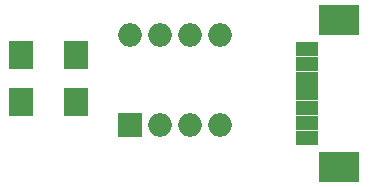
<source format=gbr>
%TF.GenerationSoftware,KiCad,Pcbnew,4.0.6*%
%TF.CreationDate,2017-08-22T22:22:21+02:00*%
%TF.ProjectId,ChipS,43686970532E6B696361645F70636200,rev?*%
%TF.FileFunction,Soldermask,Top*%
%FSLAX46Y46*%
G04 Gerber Fmt 4.6, Leading zero omitted, Abs format (unit mm)*
G04 Created by KiCad (PCBNEW 4.0.6) date 08/22/17 22:22:21*
%MOMM*%
%LPD*%
G01*
G04 APERTURE LIST*
%ADD10C,0.100000*%
%ADD11R,1.900000X1.200000*%
%ADD12R,3.500000X2.600000*%
%ADD13R,2.000000X2.000000*%
%ADD14O,2.000000X2.000000*%
%ADD15R,2.100000X2.400000*%
G04 APERTURE END LIST*
D10*
D11*
X104685900Y-73500600D03*
X104685900Y-72250600D03*
X104685900Y-71000600D03*
X104685900Y-69750600D03*
X104685900Y-68500600D03*
X104685900Y-67250600D03*
X104685900Y-66000600D03*
D12*
X107435900Y-76000600D03*
X107435900Y-63500600D03*
D13*
X89716000Y-72392200D03*
D14*
X97336000Y-64772200D03*
X92256000Y-72392200D03*
X94796000Y-64772200D03*
X94796000Y-72392200D03*
X92256000Y-64772200D03*
X97336000Y-72392200D03*
X89716000Y-64772200D03*
D15*
X85100000Y-66500000D03*
X85100000Y-70500000D03*
X80500000Y-66500000D03*
X80500000Y-70500000D03*
M02*

</source>
